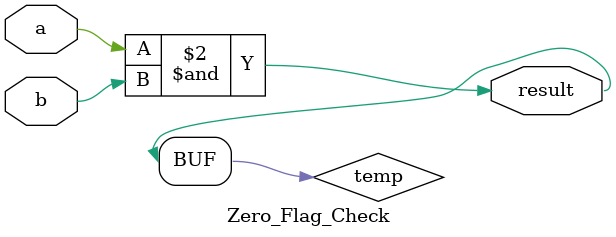
<source format=v>
`timescale 1ns / 1ps
module Zero_Flag_Check( input a, 
								input b,
								output result
								);
	reg temp; 
	
	always @(*) begin
		temp <= a & b;
	end
	
	assign result = temp; 

endmodule

</source>
